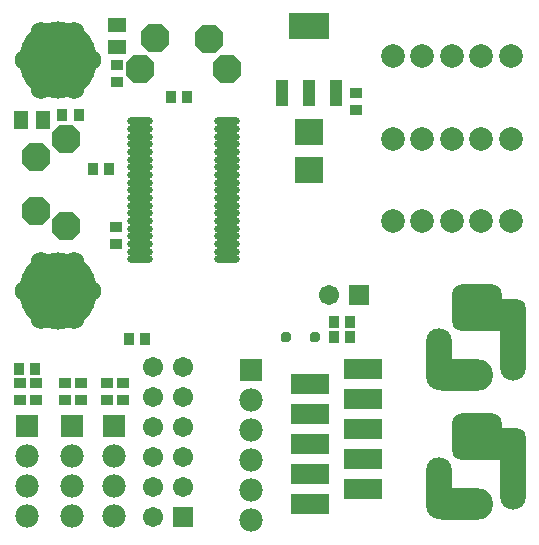
<source format=gts>
%FSAX24Y24*%
%MOIN*%
G70*
G01*
G75*
G04 Layer_Color=8388736*
%ADD10O,0.0787X0.0157*%
%ADD11R,0.0354X0.0276*%
G04:AMPARAMS|DCode=12|XSize=23.6mil|YSize=27.6mil|CornerRadius=3mil|HoleSize=0mil|Usage=FLASHONLY|Rotation=0.000|XOffset=0mil|YOffset=0mil|HoleType=Round|Shape=RoundedRectangle|*
%AMROUNDEDRECTD12*
21,1,0.0236,0.0217,0,0,0.0*
21,1,0.0177,0.0276,0,0,0.0*
1,1,0.0059,0.0089,-0.0108*
1,1,0.0059,-0.0089,-0.0108*
1,1,0.0059,-0.0089,0.0108*
1,1,0.0059,0.0089,0.0108*
%
%ADD12ROUNDEDRECTD12*%
%ADD13R,0.0276X0.0354*%
%ADD14R,0.0866X0.0787*%
%ADD15R,0.0512X0.0433*%
%ADD16R,0.0433X0.0512*%
%ADD17R,0.1181X0.0591*%
%ADD18R,0.0354X0.0827*%
%ADD19R,0.1260X0.0827*%
%ADD20C,0.0600*%
%ADD21C,0.0100*%
%ADD22C,0.0150*%
%ADD23R,0.0591X0.0591*%
%ADD24C,0.0591*%
%ADD25O,0.0787X0.2559*%
G04:AMPARAMS|DCode=26|XSize=157.5mil|YSize=118.1mil|CornerRadius=29.5mil|HoleSize=0mil|Usage=FLASHONLY|Rotation=0.000|XOffset=0mil|YOffset=0mil|HoleType=Round|Shape=RoundedRectangle|*
%AMROUNDEDRECTD26*
21,1,0.1575,0.0591,0,0,0.0*
21,1,0.0984,0.1181,0,0,0.0*
1,1,0.0591,0.0492,-0.0295*
1,1,0.0591,-0.0492,-0.0295*
1,1,0.0591,-0.0492,0.0295*
1,1,0.0591,0.0492,0.0295*
%
%ADD26ROUNDEDRECTD26*%
%ADD27O,0.0787X0.1969*%
%ADD28O,0.2126X0.0984*%
G04:AMPARAMS|DCode=29|XSize=236.2mil|YSize=98.4mil|CornerRadius=24.6mil|HoleSize=0mil|Usage=FLASHONLY|Rotation=0.000|XOffset=0mil|YOffset=0mil|HoleType=Round|Shape=RoundedRectangle|*
%AMROUNDEDRECTD29*
21,1,0.2362,0.0492,0,0,0.0*
21,1,0.1870,0.0984,0,0,0.0*
1,1,0.0492,0.0935,-0.0246*
1,1,0.0492,-0.0935,-0.0246*
1,1,0.0492,-0.0935,0.0246*
1,1,0.0492,0.0935,0.0246*
%
%ADD29ROUNDEDRECTD29*%
G04:AMPARAMS|DCode=30|XSize=82.7mil|YSize=82.7mil|CornerRadius=0mil|HoleSize=0mil|Usage=FLASHONLY|Rotation=270.000|XOffset=0mil|YOffset=0mil|HoleType=Round|Shape=Octagon|*
%AMOCTAGOND30*
4,1,8,-0.0207,-0.0413,0.0207,-0.0413,0.0413,-0.0207,0.0413,0.0207,0.0207,0.0413,-0.0207,0.0413,-0.0413,0.0207,-0.0413,-0.0207,-0.0207,-0.0413,0.0*
%
%ADD30OCTAGOND30*%

G04:AMPARAMS|DCode=31|XSize=82.7mil|YSize=82.7mil|CornerRadius=0mil|HoleSize=0mil|Usage=FLASHONLY|Rotation=180.000|XOffset=0mil|YOffset=0mil|HoleType=Round|Shape=Octagon|*
%AMOCTAGOND31*
4,1,8,-0.0413,0.0207,-0.0413,-0.0207,-0.0207,-0.0413,0.0207,-0.0413,0.0413,-0.0207,0.0413,0.0207,0.0207,0.0413,-0.0207,0.0413,-0.0413,0.0207,0.0*
%
%ADD31OCTAGOND31*%

%ADD32C,0.0709*%
%ADD33C,0.0600*%
%ADD34C,0.2500*%
%ADD35C,0.0700*%
%ADD36R,0.0700X0.0700*%
%ADD37R,0.0591X0.0591*%
%ADD38C,0.0500*%
%ADD39C,0.0400*%
%ADD40O,0.1083X0.0276*%
G04:AMPARAMS|DCode=41|XSize=50mil|YSize=100mil|CornerRadius=6.3mil|HoleSize=0mil|Usage=FLASHONLY|Rotation=180.000|XOffset=0mil|YOffset=0mil|HoleType=Round|Shape=RoundedRectangle|*
%AMROUNDEDRECTD41*
21,1,0.0500,0.0875,0,0,180.0*
21,1,0.0375,0.1000,0,0,180.0*
1,1,0.0125,-0.0188,0.0438*
1,1,0.0125,0.0188,0.0438*
1,1,0.0125,0.0188,-0.0438*
1,1,0.0125,-0.0188,-0.0438*
%
%ADD41ROUNDEDRECTD41*%
%ADD42C,0.0300*%
%ADD43C,0.0098*%
%ADD44C,0.0236*%
%ADD45C,0.0050*%
%ADD46C,0.0079*%
%ADD47C,0.0080*%
%ADD48C,0.0060*%
%ADD49C,0.0120*%
%ADD50R,0.1043X0.0482*%
%ADD51R,0.0580X0.2000*%
%ADD52R,0.0680X0.2100*%
%ADD53R,0.0900X0.0250*%
%ADD54R,0.1000X0.0996*%
%ADD55O,0.0867X0.0237*%
%ADD56R,0.0434X0.0356*%
G04:AMPARAMS|DCode=57|XSize=31.6mil|YSize=35.6mil|CornerRadius=7mil|HoleSize=0mil|Usage=FLASHONLY|Rotation=0.000|XOffset=0mil|YOffset=0mil|HoleType=Round|Shape=RoundedRectangle|*
%AMROUNDEDRECTD57*
21,1,0.0316,0.0217,0,0,0.0*
21,1,0.0177,0.0356,0,0,0.0*
1,1,0.0139,0.0089,-0.0108*
1,1,0.0139,-0.0089,-0.0108*
1,1,0.0139,-0.0089,0.0108*
1,1,0.0139,0.0089,0.0108*
%
%ADD57ROUNDEDRECTD57*%
%ADD58R,0.0356X0.0434*%
%ADD59R,0.0946X0.0867*%
%ADD60R,0.0592X0.0513*%
%ADD61R,0.0513X0.0592*%
%ADD62R,0.1261X0.0671*%
%ADD63R,0.0434X0.0907*%
%ADD64R,0.1340X0.0907*%
%ADD65R,0.0671X0.0671*%
%ADD66C,0.0671*%
%ADD67O,0.0867X0.2639*%
G04:AMPARAMS|DCode=68|XSize=165.5mil|YSize=126.1mil|CornerRadius=33.5mil|HoleSize=0mil|Usage=FLASHONLY|Rotation=0.000|XOffset=0mil|YOffset=0mil|HoleType=Round|Shape=RoundedRectangle|*
%AMROUNDEDRECTD68*
21,1,0.1655,0.0591,0,0,0.0*
21,1,0.0984,0.1261,0,0,0.0*
1,1,0.0671,0.0492,-0.0295*
1,1,0.0671,-0.0492,-0.0295*
1,1,0.0671,-0.0492,0.0295*
1,1,0.0671,0.0492,0.0295*
%
%ADD68ROUNDEDRECTD68*%
%ADD69O,0.0867X0.2049*%
%ADD70O,0.2206X0.1064*%
G04:AMPARAMS|DCode=71|XSize=244.2mil|YSize=106.4mil|CornerRadius=28.6mil|HoleSize=0mil|Usage=FLASHONLY|Rotation=0.000|XOffset=0mil|YOffset=0mil|HoleType=Round|Shape=RoundedRectangle|*
%AMROUNDEDRECTD71*
21,1,0.2442,0.0492,0,0,0.0*
21,1,0.1870,0.1064,0,0,0.0*
1,1,0.0572,0.0935,-0.0246*
1,1,0.0572,-0.0935,-0.0246*
1,1,0.0572,-0.0935,0.0246*
1,1,0.0572,0.0935,0.0246*
%
%ADD71ROUNDEDRECTD71*%
G04:AMPARAMS|DCode=72|XSize=90.7mil|YSize=90.7mil|CornerRadius=0mil|HoleSize=0mil|Usage=FLASHONLY|Rotation=270.000|XOffset=0mil|YOffset=0mil|HoleType=Round|Shape=Octagon|*
%AMOCTAGOND72*
4,1,8,-0.0227,-0.0453,0.0227,-0.0453,0.0453,-0.0227,0.0453,0.0227,0.0227,0.0453,-0.0227,0.0453,-0.0453,0.0227,-0.0453,-0.0227,-0.0227,-0.0453,0.0*
%
%ADD72OCTAGOND72*%

G04:AMPARAMS|DCode=73|XSize=90.7mil|YSize=90.7mil|CornerRadius=0mil|HoleSize=0mil|Usage=FLASHONLY|Rotation=180.000|XOffset=0mil|YOffset=0mil|HoleType=Round|Shape=Octagon|*
%AMOCTAGOND73*
4,1,8,-0.0453,0.0227,-0.0453,-0.0227,-0.0227,-0.0453,0.0227,-0.0453,0.0453,-0.0227,0.0453,0.0227,0.0227,0.0453,-0.0227,0.0453,-0.0453,0.0227,0.0*
%
%ADD73OCTAGOND73*%

%ADD74C,0.0789*%
%ADD75C,0.0680*%
%ADD76C,0.2580*%
%ADD77C,0.0780*%
%ADD78R,0.0780X0.0780*%
%ADD79R,0.0671X0.0671*%
D55*
X004493Y013853D02*
D03*
Y013597D02*
D03*
Y013341D02*
D03*
Y013085D02*
D03*
Y012830D02*
D03*
Y012574D02*
D03*
Y012318D02*
D03*
Y012062D02*
D03*
Y011806D02*
D03*
Y011550D02*
D03*
Y011294D02*
D03*
Y011038D02*
D03*
Y010782D02*
D03*
Y010526D02*
D03*
Y010270D02*
D03*
Y010015D02*
D03*
Y009759D02*
D03*
Y009503D02*
D03*
Y009247D02*
D03*
X007407Y013853D02*
D03*
Y013597D02*
D03*
Y013341D02*
D03*
Y013085D02*
D03*
Y012830D02*
D03*
Y012574D02*
D03*
Y012318D02*
D03*
Y012062D02*
D03*
Y011806D02*
D03*
Y011550D02*
D03*
Y011294D02*
D03*
Y011038D02*
D03*
Y010782D02*
D03*
Y010526D02*
D03*
Y010270D02*
D03*
Y010015D02*
D03*
Y009759D02*
D03*
Y009503D02*
D03*
Y009247D02*
D03*
D56*
X011697Y014777D02*
D03*
Y014226D02*
D03*
X003703Y010324D02*
D03*
Y009773D02*
D03*
X003953Y005124D02*
D03*
Y004573D02*
D03*
X001053Y005124D02*
D03*
Y004573D02*
D03*
X002553Y005124D02*
D03*
Y004573D02*
D03*
X003747Y015176D02*
D03*
Y015727D02*
D03*
X003403Y005124D02*
D03*
Y004573D02*
D03*
X000503Y005124D02*
D03*
Y004573D02*
D03*
X002003Y005124D02*
D03*
Y004573D02*
D03*
D57*
X010342Y006650D02*
D03*
X009358D02*
D03*
D58*
X005526Y014653D02*
D03*
X006077D02*
D03*
X011524Y007147D02*
D03*
X010973D02*
D03*
X001024Y005597D02*
D03*
X000473D02*
D03*
X002926Y012253D02*
D03*
X003477D02*
D03*
X002474Y014047D02*
D03*
X001923D02*
D03*
X011524Y006647D02*
D03*
X010973D02*
D03*
X004126Y006603D02*
D03*
X004677D02*
D03*
D59*
X010150Y012220D02*
D03*
Y013480D02*
D03*
D60*
X003750Y017074D02*
D03*
Y016326D02*
D03*
D61*
X000526Y013900D02*
D03*
X001274D02*
D03*
D62*
X010164Y001106D02*
D03*
X011936Y001606D02*
D03*
X010164Y002106D02*
D03*
X011936Y002606D02*
D03*
X010164Y003106D02*
D03*
X011936Y003594D02*
D03*
X010164Y004106D02*
D03*
X011936Y004594D02*
D03*
X010164Y005094D02*
D03*
X011936Y005594D02*
D03*
D63*
X009244Y014778D02*
D03*
X010150D02*
D03*
X011056D02*
D03*
D64*
X010150Y017022D02*
D03*
D65*
X011800Y008050D02*
D03*
D66*
X010800D02*
D03*
X004950Y000650D02*
D03*
X005950Y001650D02*
D03*
X004950D02*
D03*
X005950Y002650D02*
D03*
X004950D02*
D03*
X005950Y003650D02*
D03*
X004950D02*
D03*
X005950Y004650D02*
D03*
X004950D02*
D03*
X005950Y005650D02*
D03*
X004950D02*
D03*
D67*
X016931Y002234D02*
D03*
Y006534D02*
D03*
D68*
X015750Y003494D02*
D03*
Y007794D02*
D03*
D69*
X014490Y001643D02*
D03*
Y005943D02*
D03*
D70*
X015159Y001100D02*
D03*
Y005400D02*
D03*
D71*
X016144Y003100D02*
D03*
Y007400D02*
D03*
D72*
X002050Y010344D02*
D03*
Y013244D02*
D03*
X001050Y012644D02*
D03*
X001026Y010859D02*
D03*
D73*
X004506Y015600D02*
D03*
X007406D02*
D03*
X006806Y016600D02*
D03*
X005020Y016624D02*
D03*
D74*
X012931Y010511D02*
D03*
X013916D02*
D03*
X014900D02*
D03*
X015884D02*
D03*
X016869D02*
D03*
X012931Y013261D02*
D03*
X013916D02*
D03*
X014900D02*
D03*
X015884D02*
D03*
X016869D02*
D03*
X012931Y016011D02*
D03*
X013916D02*
D03*
X014900D02*
D03*
X015884D02*
D03*
X016869D02*
D03*
D75*
X001222Y016831D02*
D03*
X002322D02*
D03*
X002872Y015878D02*
D03*
X002322Y014926D02*
D03*
X001222D02*
D03*
X000672Y015878D02*
D03*
X001222Y009154D02*
D03*
X002322D02*
D03*
X002872Y008201D02*
D03*
X002322Y007249D02*
D03*
X001222D02*
D03*
X000672Y008201D02*
D03*
D76*
X001772Y015878D02*
D03*
Y008201D02*
D03*
D77*
X003650Y000700D02*
D03*
X003650Y002700D02*
D03*
X003650Y001700D02*
D03*
X000750Y000700D02*
D03*
X000750Y002700D02*
D03*
X000750Y001700D02*
D03*
X002250Y000700D02*
D03*
X002250Y002700D02*
D03*
X002250Y001700D02*
D03*
X008200Y000550D02*
D03*
X008200Y001550D02*
D03*
X008200Y002550D02*
D03*
X008200Y004550D02*
D03*
X008200Y003550D02*
D03*
D78*
X003650Y003700D02*
D03*
X000750D02*
D03*
X002250D02*
D03*
X008200Y005550D02*
D03*
D79*
X005950Y000650D02*
D03*
M02*

</source>
